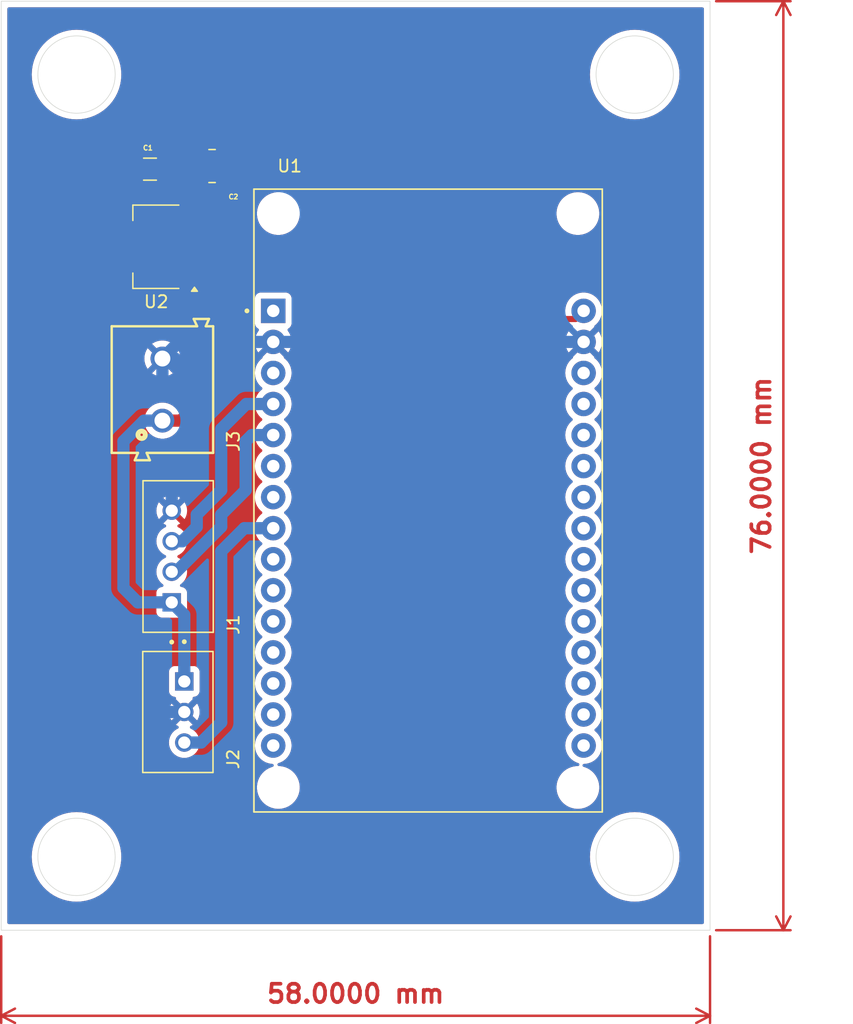
<source format=kicad_pcb>
(kicad_pcb (version 20240108) (generator "pcbnew") (generator_version "8.0")
  (layers (0 "F.Cu" signal) (31 "B.Cu" signal) (34 "B.Paste" user) (35 "F.Paste" user) (36 "B.SilkS" user "B.Silkscreen") (37 "F.SilkS" user "F.Silkscreen") (38 "B.Mask" user) (39 "F.Mask" user) (44 "Edge.Cuts" user))
  (net 0 "")
  (net 1 "GND")
  (net 2 "/V_ADAPTOR")
  (net 3 "/VO_3.3")
  (net 4 "/TRIGGER")
  (net 5 "/ECHO")
  (net 6 "/FLOW_DATA")
  (footprint "B3B-XH-A:JST_B3B-XH-A" (layer "F.Cu") (at 124.455 107.148 90)
    (property "Reference" "J2" (at -3.852 4.525 90) (layer "F.SilkS") (effects (font (size 0.944882 0.944882))))
    (property "Value" "FLOW SENSOR")
    (fp_line (start 4.95 -2.875) (end 4.95 2.875) (stroke (width 0.127)) (layer "F.SilkS"))
    (fp_line (start -4.95 -2.875) (end 4.95 -2.875) (stroke (width 0.127)) (layer "F.SilkS"))
    (fp_line (start 4.95 2.875) (end -4.95 2.875) (stroke (width 0.127)) (layer "F.SilkS"))
    (fp_line (start -4.95 2.875) (end -4.95 -2.875) (stroke (width 0.127)) (layer "F.SilkS"))
    (fp_circle (center 5.75 0.525) (end 5.85 0.525) (stroke (width 0.2)) (fill none) (layer "F.SilkS"))
    (pad "1" thru_hole rect (at 2.5 0.525 90) (size 1.508 1.508) (drill 1) (layers "*.Cu" "*.Mask") (net 2 "/V_ADAPTOR"))
    (pad "2" thru_hole circle (at 0 0.525 90) (size 1.508 1.508) (drill 1) (layers "*.Cu" "*.Mask") (net 1 "GND"))
    (pad "3" thru_hole circle (at -2.5 0.525 90) (size 1.508 1.508) (drill 1) (layers "*.Cu" "*.Mask") (net 6 "/FLOW_DATA"))
  )
  (footprint "691213510002:691213510002" (layer "F.Cu") (at 123.19 80.772 90)
    (property "Reference" "J3" (at -4.228 5.81 90) (layer "F.SilkS"))
    (property "Value" "ADAPTOR 5V")
    (fp_line (start 5.18 -4.15) (end 5.18 2.84) (stroke (width 0.2)) (layer "F.SilkS"))
    (fp_line (start -5.18 -4.15) (end 5.18 -4.15) (stroke (width 0.2)) (layer "F.SilkS"))
    (fp_line (start -5.78 -2.26) (end -5.18 -2) (stroke (width 0.2)) (layer "F.SilkS"))
    (fp_line (start -5.18 -2) (end -5.18 -4.15) (stroke (width 0.2)) (layer "F.SilkS"))
    (fp_line (start -5.18 -1.29) (end -5.78 -1.03) (stroke (width 0.2)) (layer "F.SilkS"))
    (fp_line (start -5.78 -1.03) (end -5.78 -2.26) (stroke (width 0.2)) (layer "F.SilkS"))
    (fp_line (start 5.78 2.56) (end 5.78 3.81) (stroke (width 0.2)) (layer "F.SilkS"))
    (fp_line (start 5.18 2.84) (end 5.78 2.56) (stroke (width 0.2)) (layer "F.SilkS"))
    (fp_line (start 5.18 3.55) (end 5.18 4.15) (stroke (width 0.2)) (layer "F.SilkS"))
    (fp_line (start 5.78 3.81) (end 5.18 3.55) (stroke (width 0.2)) (layer "F.SilkS"))
    (fp_line (start 5.18 4.15) (end -5.18 4.15) (stroke (width 0.2)) (layer "F.SilkS"))
    (fp_line (start -5.18 4.15) (end -5.18 -1.29) (stroke (width 0.2)) (layer "F.SilkS"))
    (fp_circle (center -3.7 -1.7) (end -3.6 -1.7) (stroke (width 0.4)) (fill none) (layer "F.SilkS"))
    (pad "1" thru_hole circle (at -2.54 0 90) (size 1.95 1.95) (drill 1.3) (layers "*.Cu" "*.Mask") (net 2 "/V_ADAPTOR"))
    (pad "2" thru_hole circle (at 2.54 0 90) (size 1.95 1.95) (drill 1.3) (layers "*.Cu" "*.Mask") (net 1 "GND"))
  )
  (footprint "GRM32ER71C226KEA8L:CAPC3225X270N" (layer "F.Cu") (at 127.254 62.484)
    (property "Reference" "C2" (at 1.746 2.516 0) (layer "F.SilkS") (effects (font (size 0.393701 0.393701) (thickness 0.098425))))
    (property "Value" "22uF 16V SMD" (hide yes))
    (fp_line (start -0.26 -1.35) (end 0.26 -1.35) (stroke (width 0.127)) (layer "F.SilkS"))
    (fp_line (start -0.26 1.35) (end 0.26 1.35) (stroke (width 0.127)) (layer "F.SilkS"))
    (pad "1" smd rect (at -1.341 0) (size 1.53 2.72) (layers "F.Cu" "F.Paste" "F.Mask") (net 1 "GND"))
    (pad "2" smd rect (at 1.341 0) (size 1.53 2.72) (layers "F.Cu" "F.Paste" "F.Mask") (net 3 "/VO_3.3"))
  )
  (footprint "GCM31CR71C106KA64K:CAPC3216X180N" (layer "F.Cu") (at 122.174 62.738 180)
    (property "Reference" "C1" (at 0.174 1.738 0) (layer "F.SilkS") (effects (font (size 0.393701 0.393701) (thickness 0.098425))))
    (property "Value" "10 uF 16V SMD" (hide yes))
    (fp_line (start -0.52 0.9) (end 0.52 0.9) (stroke (width 0.127)) (layer "F.SilkS"))
    (fp_line (start -0.52 -0.9) (end 0.52 -0.9) (stroke (width 0.127)) (layer "F.SilkS"))
    (pad "1" smd rect (at -1.45 0 180) (size 1.21 1.82) (layers "F.Cu" "F.Paste" "F.Mask") (net 1 "GND"))
    (pad "2" smd rect (at 1.45 0 180) (size 1.21 1.82) (layers "F.Cu" "F.Paste" "F.Mask") (net 2 "/V_ADAPTOR"))
  )
  (footprint "B4B-XH-A_LF__SN_:JST_B4B-XH-A_LF__SN_" (layer "F.Cu") (at 124.477 94.428 -90)
    (property "Reference" "J1" (at 5.572 -4.523 90) (layer "F.SilkS") (effects (font (size 0.944882 0.944882))))
    (property "Value" "SENSOR ULTRASONIC")
    (fp_line (start -6.2 2.875) (end -6.2 -2.875) (stroke (width 0.127)) (layer "F.SilkS"))
    (fp_line (start 6.2 2.875) (end -6.2 2.875) (stroke (width 0.127)) (layer "F.SilkS"))
    (fp_line (start -6.2 -2.875) (end 6.2 -2.875) (stroke (width 0.127)) (layer "F.SilkS"))
    (fp_line (start 6.2 -2.875) (end 6.2 2.875) (stroke (width 0.127)) (layer "F.SilkS"))
    (fp_circle (center 7 0.525) (end 7.1 0.525) (stroke (width 0.2)) (fill none) (layer "F.SilkS"))
    (pad "1" thru_hole rect (at 3.75 0.525 270) (size 1.508 1.508) (drill 1) (layers "*.Cu" "*.Mask") (net 2 "/V_ADAPTOR"))
    (pad "2" thru_hole circle (at 1.25 0.525 270) (size 1.508 1.508) (drill 1) (layers "*.Cu" "*.Mask") (net 4 "/TRIGGER"))
    (pad "3" thru_hole circle (at -1.25 0.525 270) (size 1.508 1.508) (drill 1) (layers "*.Cu" "*.Mask") (net 5 "/ECHO"))
    (pad "4" thru_hole circle (at -3.75 0.525 270) (size 1.508 1.508) (drill 1) (layers "*.Cu" "*.Mask") (net 1 "GND"))
  )
  (footprint "ESP32-DEVKIT-V1_2:MODULE_ESP32_DEVKIT_V1" (layer "F.Cu") (at 144.957 89.847)
    (property "Reference" "U1" (at -11.355 -27.36 0) (layer "F.SilkS"))
    (property "Value" "ESP32-DEVKIT-V1")
    (fp_line (start -14.28 -25.475) (end -3.211 -25.475) (stroke (width 0.127)) (layer "F.SilkS"))
    (fp_line (start -14.28 -25.475) (end 14.23 -25.475) (stroke (width 0.127)) (layer "F.SilkS"))
    (fp_line (start -14.28 25.475) (end -14.28 -25.475) (stroke (width 0.127)) (layer "F.SilkS"))
    (fp_line (start -14.28 25.475) (end -14.28 -25.475) (stroke (width 0.127)) (layer "F.SilkS"))
    (fp_line (start -14.28 25.475) (end -8.91 25.475) (stroke (width 0.127)) (layer "F.SilkS"))
    (fp_line (start -8.91 25.475) (end 8.78 25.475) (stroke (width 0.127)) (layer "F.SilkS"))
    (fp_line (start -3.211 -25.475) (end 3.5 -25.475) (stroke (width 0.127)) (layer "F.SilkS"))
    (fp_line (start 3.5 -25.475) (end 14.23 -25.475) (stroke (width 0.127)) (layer "F.SilkS"))
    (fp_line (start 8.78 25.475) (end 14.23 25.475) (stroke (width 0.127)) (layer "F.SilkS"))
    (fp_line (start 14.23 -25.475) (end 14.23 25.475) (stroke (width 0.127)) (layer "F.SilkS"))
    (fp_line (start 14.23 -25.475) (end 14.23 25.475) (stroke (width 0.127)) (layer "F.SilkS"))
    (fp_line (start 14.23 25.475) (end -14.28 25.475) (stroke (width 0.127)) (layer "F.SilkS"))
    (fp_circle (center -14.85 -15.515) (end -14.75 -15.515) (stroke (width 0.2)) (fill none) (layer "F.SilkS"))
    (pad "" np_thru_hole circle (at -12.28 -23.475) (size 3 3) (drill 3) (layers "*.Cu" "*.Mask"))
    (pad "" np_thru_hole circle (at -12.28 23.475) (size 3 3) (drill 3) (layers "*.Cu" "*.Mask"))
    (pad "" np_thru_hole circle (at 12.23 -23.475) (size 3 3) (drill 3) (layers "*.Cu" "*.Mask"))
    (pad "" np_thru_hole circle (at 12.23 23.475) (size 3 3) (drill 3) (layers "*.Cu" "*.Mask"))
    (pad "1" thru_hole rect (at -12.7 -15.515) (size 2 2) (drill 1.02) (layers "*.Cu" "*.Mask"))
    (pad "2" thru_hole circle (at -12.7 -12.975) (size 2 2) (drill 1.02) (layers "*.Cu" "*.Mask") (net 1 "GND"))
    (pad "3" thru_hole circle (at -12.7 -10.435) (size 2 2) (drill 1.02) (layers "*.Cu" "*.Mask"))
    (pad "4" thru_hole circle (at -12.7 -7.895) (size 2 2) (drill 1.02) (layers "*.Cu" "*.Mask") (net 5 "/ECHO"))
    (pad "5" thru_hole circle (at -12.7 -5.355) (size 2 2) (drill 1.02) (layers "*.Cu" "*.Mask") (net 4 "/TRIGGER"))
    (pad "6" thru_hole circle (at -12.7 -2.815) (size 2 2) (drill 1.02) (layers "*.Cu" "*.Mask"))
    (pad "7" thru_hole circle (at -12.7 -0.275) (size 2 2) (drill 1.02) (layers "*.Cu" "*.Mask"))
    (pad "8" thru_hole circle (at -12.7 2.265) (size 2 2) (drill 1.02) (layers "*.Cu" "*.Mask") (net 6 "/FLOW_DATA"))
    (pad "9" thru_hole circle (at -12.7 4.805) (size 2 2) (drill 1.02) (layers "*.Cu" "*.Mask"))
    (pad "10" thru_hole circle (at -12.7 7.345) (size 2 2) (drill 1.02) (layers "*.Cu" "*.Mask"))
    (pad "11" thru_hole circle (at -12.7 9.885) (size 2 2) (drill 1.02) (layers "*.Cu" "*.Mask"))
    (pad "12" thru_hole circle (at -12.7 12.425) (size 2 2) (drill 1.02) (layers "*.Cu" "*.Mask"))
    (pad "13" thru_hole circle (at -12.7 14.965) (size 2 2) (drill 1.02) (layers "*.Cu" "*.Mask"))
    (pad "14" thru_hole circle (at -12.7 17.505) (size 2 2) (drill 1.02) (layers "*.Cu" "*.Mask"))
    (pad "15" thru_hole circle (at -12.7 20.045) (size 2 2) (drill 1.02) (layers "*.Cu" "*.Mask"))
    (pad "16" thru_hole circle (at 12.7 20.045) (size 2 2) (drill 1.02) (layers "*.Cu" "*.Mask"))
    (pad "17" thru_hole circle (at 12.7 17.505) (size 2 2) (drill 1.02) (layers "*.Cu" "*.Mask"))
    (pad "18" thru_hole circle (at 12.7 14.965) (size 2 2) (drill 1.02) (layers "*.Cu" "*.Mask"))
    (pad "19" thru_hole circle (at 12.7 12.425) (size 2 2) (drill 1.02) (layers "*.Cu" "*.Mask"))
    (pad "20" thru_hole circle (at 12.7 9.885) (size 2 2) (drill 1.02) (layers "*.Cu" "*.Mask"))
    (pad "21" thru_hole circle (at 12.7 7.345) (size 2 2) (drill 1.02) (layers "*.Cu" "*.Mask"))
    (pad "22" thru_hole circle (at 12.7 4.805) (size 2 2) (drill 1.02) (layers "*.Cu" "*.Mask"))
    (pad "23" thru_hole circle (at 12.7 2.265) (size 2 2) (drill 1.02) (layers "*.Cu" "*.Mask"))
    (pad "24" thru_hole circle (at 12.7 -0.275) (size 2 2) (drill 1.02) (layers "*.Cu" "*.Mask"))
    (pad "25" thru_hole circle (at 12.7 -2.815) (size 2 2) (drill 1.02) (layers "*.Cu" "*.Mask"))
    (pad "26" thru_hole circle (at 12.7 -5.355) (size 2 2) (drill 1.02) (layers "*.Cu" "*.Mask"))
    (pad "27" thru_hole circle (at 12.7 -7.895) (size 2 2) (drill 1.02) (layers "*.Cu" "*.Mask"))
    (pad "28" thru_hole circle (at 12.7 -10.435) (size 2 2) (drill 1.02) (layers "*.Cu" "*.Mask"))
    (pad "29" thru_hole circle (at 12.7 -12.975) (size 2 2) (drill 1.02) (layers "*.Cu" "*.Mask") (net 1 "GND"))
    (pad "30" thru_hole circle (at 12.7 -15.515) (size 2 2) (drill 1.02) (layers "*.Cu" "*.Mask") (net 3 "/VO_3.3"))
  )
  (footprint "Package_TO_SOT_SMD:SOT-223-3_TabPin2" (layer "F.Cu") (at 122.682 69.088 180)
    (property "Reference" "U2" (at 0 -4.5 0) (layer "F.SilkS"))
    (property "Value" "AMS1117-3.3" (hide yes))
    (fp_line (start 1.91 3.41) (end 1.91 2.15) (stroke (width 0.12)) (layer "F.SilkS"))
    (fp_line (start 1.91 -3.41) (end 1.91 -2.15) (stroke (width 0.12)) (layer "F.SilkS"))
    (fp_line (start -1.85 3.41) (end 1.91 3.41) (stroke (width 0.12)) (layer "F.SilkS"))
    (fp_line (start -1.85 -3.41) (end 1.91 -3.41) (stroke (width 0.12)) (layer "F.SilkS"))
    (fp_poly (pts (xy -3.13 -3.31) (xy -3.37 -3.64) (xy -2.89 -3.64) (xy -3.13 -3.31)) (stroke (width 0.12)) (fill solid) (layer "F.SilkS"))
    (pad "1" smd roundrect (at -3.15 -2.3 180) (size 2 1.5) (layers "F.Cu" "F.Paste" "F.Mask") (net 1 "GND"))
    (pad "2" smd roundrect (at -3.15 0 180) (size 2 1.5) (layers "F.Cu" "F.Paste" "F.Mask") (net 3 "/VO_3.3"))
    (pad "2" smd roundrect (at 3.15 0 180) (size 2 3.8) (layers "F.Cu" "F.Paste" "F.Mask") (net 3 "/VO_3.3"))
    (pad "3" smd roundrect (at -3.15 2.3 180) (size 2 1.5) (layers "F.Cu" "F.Paste" "F.Mask") (net 2 "/V_ADAPTOR"))
  )
  (gr_circle (center 161.837723 119) (end 164.837723 120) (stroke (width 0.05)) (fill none) (layer "Edge.Cuts"))
  (gr_circle (center 116.162277 55) (end 119.162277 56) (stroke (width 0.05)) (fill none) (layer "Edge.Cuts"))
  (gr_rect (start 110 49) (end 168 125) (stroke (width 0.05)) (fill none) (layer "Edge.Cuts"))
  (gr_circle (center 161.837723 55) (end 164.837723 56) (stroke (width 0.05)) (fill none) (layer "Edge.Cuts"))
  (gr_circle (center 116.162277 119) (end 119.162277 120) (stroke (width 0.05)) (fill none) (layer "Edge.Cuts"))
  (gr_text "AQUA SMART" (at 135 56 0) (layer "F.Cu") (effects (font (size 1.5 1.5) (thickness 0.3) (bold yes)) (justify left bottom)))
  (gr_text "AQUA SMART" (at 135 56 0) (layer "B.Cu") (effects (font (size 1.5 1.5) (thickness 0.3) (bold yes)) (justify left bottom)))
  (dimension (type aligned) (layer "F.Cu") (pts (xy 168 49) (xy 168 125)) (height -6) (gr_text "76.0000 mm" (at 172.2 87 90) (layer "F.Cu") (effects (font (size 1.5 1.5) (thickness 0.3)))) (format (prefix "") (suffix "") (units 3) (units_format 1) (precision 4)) (style (thickness 0.2) (arrow_length 1.27) (text_position_mode 0) (extension_height 0.58642) (extension_offset 0.5) keep_text_aligned))
  (dimension (type aligned) (layer "F.Cu") (pts (xy 168 125) (xy 110 125)) (height -7) (gr_text "58.0000 mm" (at 139 130.2 0) (layer "F.Cu") (effects (font (size 1.5 1.5) (thickness 0.3)))) (format (prefix "") (suffix "") (units 3) (units_format 1) (precision 4)) (style (thickness 0.2) (arrow_length 1.27) (text_position_mode 0) (extension_height 0.58642) (extension_offset 0.5) keep_text_aligned))
  (segment (start 125.832 71.388) (end 119 64.556) (width 0.5) (layer "F.Cu") (net 1))
  (segment (start 120 60) (end 123.429 60) (width 0.5) (layer "F.Cu") (net 1))
  (segment (start 119 64.556) (end 119 61) (width 0.5) (layer "F.Cu") (net 1))
  (segment (start 119 61) (end 120 60) (width 0.5) (layer "F.Cu") (net 1))
  (segment (start 134 77) (end 133.872 76.872) (width 0.5) (layer "F.Cu") (net 1))
  (segment (start 123.624 62.738) (end 125.659 62.738) (width 0.5) (layer "F.Cu") (net 1))
  (segment (start 125.913 62.484) (end 125.913 63.913) (width 0.5) (layer "F.Cu") (net 1))
  (segment (start 135 73) (end 135 76) (width 0.5) (layer "F.Cu") (net 1))
  (segment (start 125.913 63.913) (end 135 73) (width 0.5) (layer "F.Cu") (net 1))
  (segment (start 133.872 76.872) (end 132.257 76.872) (width 0.5) (layer "F.Cu") (net 1))
  (segment (start 125.659 62.738) (end 125.913 62.484) (width 0.5) (layer "F.Cu") (net 1))
  (segment (start 135 76) (end 134 77) (width 0.5) (layer "F.Cu") (net 1))
  (segment (start 123.429 60) (end 125.913 62.484) (width 0.5) (layer "F.Cu") (net 1))
  (segment (start 123.148 107.148) (end 121 105) (width 1) (layer "B.Cu") (net 1))
  (segment (start 132.257 76.872) (end 124.55 76.872) (width 1) (layer "B.Cu") (net 1))
  (segment (start 126 85) (end 126 80) (width 1) (layer "B.Cu") (net 1))
  (segment (start 124.232 78.232) (end 123.19 78.232) (width 1) (layer "B.Cu") (net 1))
  (segment (start 123.19 79.81) (end 123.19 78.232) (width 1) (layer "B.Cu") (net 1))
  (segment (start 120 81) (end 122 81) (width 1) (layer "B.Cu") (net 1))
  (segment (start 132.257 76.872) (end 157.657 76.872) (width 1) (layer "B.Cu") (net 1))
  (segment (start 123.952 90.678) (end 123.952 87.048) (width 1) (layer "B.Cu") (net 1))
  (segment (start 124.55 76.872) (end 123.19 78.232) (width 1) (layer "B.Cu") (net 1))
  (segment (start 124.98 107.148) (end 123.148 107.148) (width 1) (layer "B.Cu") (net 1))
  (segment (start 126 80) (end 124.232 78.232) (width 1) (layer "B.Cu") (net 1))
  (segment (start 123.952 87.048) (end 126 85) (width 1) (layer "B.Cu") (net 1))
  (segment (start 121 105) (end 121 102) (width 1) (layer "B.Cu") (net 1))
  (segment (start 121 102) (end 118 99) (width 1) (layer "B.Cu") (net 1))
  (segment (start 122 81) (end 123.19 79.81) (width 1) (layer "B.Cu") (net 1))
  (segment (start 118 99) (end 118 83) (width 1) (layer "B.Cu") (net 1))
  (segment (start 118 83) (end 120 81) (width 1) (layer "B.Cu") (net 1))
  (segment (start 124.688 83.312) (end 129 79) (width 1) (layer "F.Cu") (net 2))
  (segment (start 123.788 66.788) (end 125.832 66.788) (width 0.5) (layer "F.Cu") (net 2))
  (segment (start 129 68.956) (end 126.832 66.788) (width 1) (layer "F.Cu") (net 2))
  (segment (start 126.832 66.788) (end 125.832 66.788) (width 1) (layer "F.Cu") (net 2))
  (segment (start 120.724 63.724) (end 123.788 66.788) (width 0.5) (layer "F.Cu") (net 2))
  (segment (start 120.724 62.738) (end 120.724 63.724) (width 0.5) (layer "F.Cu") (net 2))
  (segment (start 129 79) (end 129 68.956) (width 1) (layer "F.Cu") (net 2))
  (segment (start 123.19 83.312) (end 124.688 83.312) (width 1) (layer "F.Cu") (net 2))
  (segment (start 123.952 98.178) (end 121.178 98.178) (width 1) (layer "B.Cu") (net 2))
  (segment (start 120 97) (end 120 85) (width 1) (layer "B.Cu") (net 2))
  (segment (start 124.98 104.648) (end 124.98 99.206) (width 1) (layer "B.Cu") (net 2))
  (segment (start 120 85) (end 121.688 83.312) (width 1) (layer "B.Cu") (net 2))
  (segment (start 124.98 99.206) (end 123.952 98.178) (width 1) (layer "B.Cu") (net 2))
  (segment (start 121.178 98.178) (end 120 97) (width 1) (layer "B.Cu") (net 2))
  (segment (start 121.688 83.312) (end 123.19 83.312) (width 1) (layer "B.Cu") (net 2))
  (segment (start 122 74) (end 126 74) (width 0.5) (layer "F.Cu") (net 3))
  (segment (start 137 67.866573) (end 137 72) (width 0.5) (layer "F.Cu") (net 3))
  (segment (start 156.989 75) (end 157.657 74.332) (width 0.5) (layer "F.Cu") (net 3))
  (segment (start 131.617427 62.484) (end 137 67.866573) (width 0.5) (layer "F.Cu") (net 3))
  (segment (start 128 70) (end 128 72) (width 0.2) (layer "F.Cu") (net 3))
  (segment (start 128.595 62.484) (end 131.617427 62.484) (width 0.5) (layer "F.Cu") (net 3))
  (segment (start 125 59) (end 119 59) (width 0.5) (layer "F.Cu") (net 3))
  (segment (start 137 72) (end 140 75) (width 0.5) (layer "F.Cu") (net 3))
  (segment (start 119.532 69.088) (end 119.532 71.532) (width 0.5) (layer "F.Cu") (net 3))
  (segment (start 128.595 60.595) (end 128 60) (width 0.5) (layer "F.Cu") (net 3))
  (segment (start 119 59) (end 118 60) (width 0.5) (layer "F.Cu") (net 3))
  (segment (start 118 60) (end 118 67.556) (width 0.5) (layer "F.Cu") (net 3))
  (segment (start 118 67.556) (end 119.532 69.088) (width 0.5) (layer "F.Cu") (net 3))
  (segment (start 128 60) (end 126 60) (width 0.5) (layer "F.Cu") (net 3))
  (segment (start 128 72) (end 127 73) (width 0.2) (layer "F.Cu") (net 3))
  (segment (start 126 74) (end 127 73) (width 0.5) (layer "F.Cu") (net 3))
  (segment (start 127.088 69.088) (end 128 70) (width 0.2) (layer "F.Cu") (net 3))
  (segment (start 119.532 71.532) (end 122 74) (width 0.5) (layer "F.Cu") (net 3))
  (segment (start 128.595 62.484) (end 128.595 60.595) (width 0.5) (layer "F.Cu") (net 3))
  (segment (start 125.832 69.088) (end 127.088 69.088) (width 0.2) (layer "F.Cu") (net 3))
  (segment (start 140 75) (end 156.989 75) (width 0.5) (layer "F.Cu") (net 3))
  (segment (start 126 60) (end 125 59) (width 0.5) (layer "F.Cu") (net 3))
  (segment (start 124.322 95.678) (end 123.952 95.678) (width 1) (layer "B.Cu") (net 4))
  (segment (start 128 91) (end 128 92) (width 1) (layer "B.Cu") (net 4))
  (segment (start 130 89) (end 128 91) (width 1) (layer "B.Cu") (net 4))
  (segment (start 130.508 84.492) (end 130 85) (width 1) (layer "B.Cu") (net 4))
  (segment (start 130 85) (end 130 89) (width 1) (layer "B.Cu") (net 4))
  (segment (start 128 92) (end 124.322 95.678) (width 1) (layer "B.Cu") (net 4))
  (segment (start 132.257 84.492) (end 130.508 84.492) (width 1) (layer "B.Cu") (net 4))
  (segment (start 124.822 93.178) (end 126 92) (width 1) (layer "B.Cu") (net 5))
  (segment (start 126 91) (end 128 89) (width 1) (layer "B.Cu") (net 5))
  (segment (start 123.952 93.178) (end 124.822 93.178) (width 1) (layer "B.Cu") (net 5))
  (segment (start 128 84) (end 130.048 81.952) (width 1) (layer "B.Cu") (net 5))
  (segment (start 128 89) (end 128 84) (width 1) (layer "B.Cu") (net 5))
  (segment (start 130.048 81.952) (end 132.257 81.952) (width 1) (layer "B.Cu") (net 5))
  (segment (start 126 92) (end 126 91) (width 1) (layer "B.Cu") (net 5))
  (segment (start 129.888 92.112) (end 132.257 92.112) (width 1) (layer "B.Cu") (net 6))
  (segment (start 128 108) (end 128 94) (width 1) (layer "B.Cu") (net 6))
  (segment (start 126.352 109.648) (end 128 108) (width 1) (layer "B.Cu") (net 6))
  (segment (start 128 94) (end 129.888 92.112) (width 1) (layer "B.Cu") (net 6))
  (segment (start 124.98 109.648) (end 126.352 109.648) (width 1) (layer "B.Cu") (net 6))
  (zone (net 1) (net_name "GND") (layer "F.Cu") (priority 1) (connect_pads (clearance 0.5)) (min_thickness 0.25) (fill yes (thermal_gap 0.5) (thermal_bridge_width 0.5))
    (polygon (pts (xy 110 49) (xy 168 49) (xy 168 125) (xy 110 125)))
  )
  (zone (net 1) (net_name "GND") (layer "B.Cu") (connect_pads (clearance 0.5)) (min_thickness 0.25) (fill yes (thermal_gap 0.5) (thermal_bridge_width 0.5))
    (polygon (pts (xy 110 49) (xy 168 49) (xy 168 125) (xy 110 125)))
  )
)
</source>
